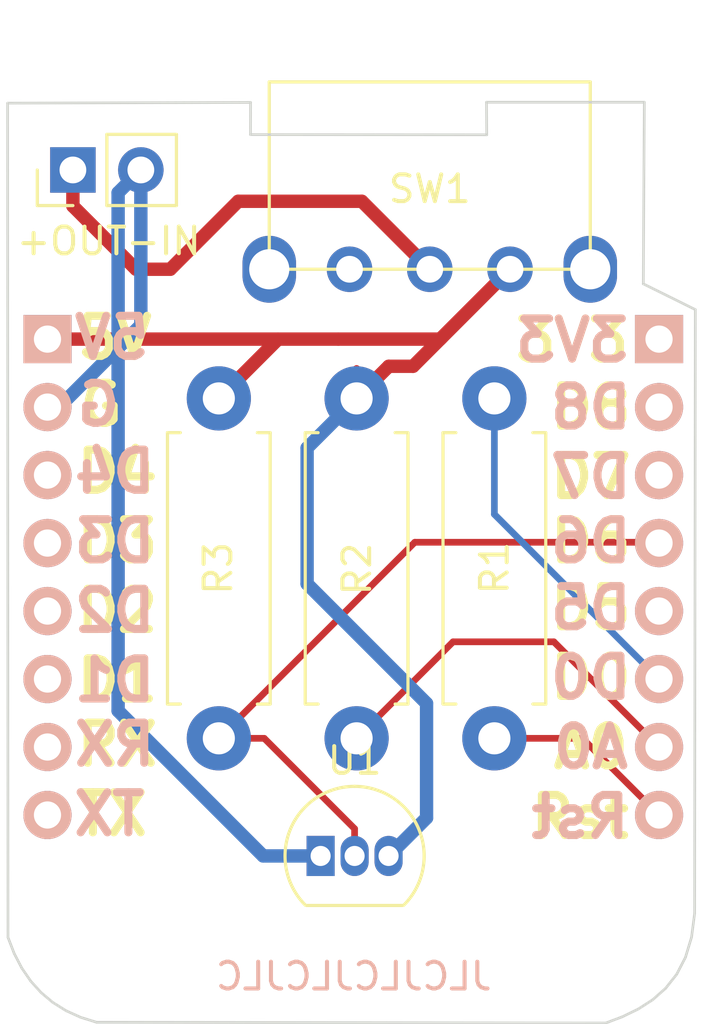
<source format=kicad_pcb>
(kicad_pcb (version 20171130) (host pcbnew 5.1.5)

  (general
    (thickness 1.6)
    (drawings 75)
    (tracks 43)
    (zones 0)
    (modules 8)
    (nets 19)
  )

  (page A4)
  (layers
    (0 F.Cu signal)
    (31 B.Cu signal)
    (32 B.Adhes user)
    (33 F.Adhes user)
    (34 B.Paste user)
    (35 F.Paste user)
    (36 B.SilkS user)
    (37 F.SilkS user)
    (38 B.Mask user)
    (39 F.Mask user)
    (40 Dwgs.User user)
    (41 Cmts.User user)
    (42 Eco1.User user)
    (43 Eco2.User user)
    (44 Edge.Cuts user)
    (45 Margin user)
    (46 B.CrtYd user)
    (47 F.CrtYd user)
    (48 B.Fab user)
    (49 F.Fab user)
  )

  (setup
    (last_trace_width 0.25)
    (trace_clearance 0.2)
    (zone_clearance 0.508)
    (zone_45_only no)
    (trace_min 0.2)
    (via_size 0.6)
    (via_drill 0.4)
    (via_min_size 0.4)
    (via_min_drill 0.3)
    (uvia_size 0.3)
    (uvia_drill 0.1)
    (uvias_allowed no)
    (uvia_min_size 0.2)
    (uvia_min_drill 0.1)
    (edge_width 0.15)
    (segment_width 0.2)
    (pcb_text_width 0.3)
    (pcb_text_size 1.5 1.5)
    (mod_edge_width 0.15)
    (mod_text_size 1 1)
    (mod_text_width 0.15)
    (pad_size 2.032 1.7272)
    (pad_drill 1.016)
    (pad_to_mask_clearance 0.2)
    (aux_axis_origin 0 0)
    (visible_elements FFFFEF7F)
    (pcbplotparams
      (layerselection 0x00030_ffffffff)
      (usegerberextensions false)
      (usegerberattributes true)
      (usegerberadvancedattributes true)
      (creategerberjobfile true)
      (excludeedgelayer true)
      (linewidth 0.100000)
      (plotframeref false)
      (viasonmask false)
      (mode 1)
      (useauxorigin false)
      (hpglpennumber 1)
      (hpglpenspeed 20)
      (hpglpendiameter 15.000000)
      (psnegative false)
      (psa4output false)
      (plotreference true)
      (plotvalue true)
      (plotinvisibletext false)
      (padsonsilk false)
      (subtractmaskfromsilk false)
      (outputformat 1)
      (mirror false)
      (drillshape 0)
      (scaleselection 1)
      (outputdirectory ""))
  )

  (net 0 "")
  (net 1 /D4)
  (net 2 /D3)
  (net 3 /D2)
  (net 4 /D1)
  (net 5 /RX)
  (net 6 /TX)
  (net 7 /+3.3V)
  (net 8 /D8)
  (net 9 /D7)
  (net 10 /D5)
  (net 11 +OUT)
  (net 12 -IN)
  (net 13 +5V)
  (net 14 D6)
  (net 15 D0)
  (net 16 A0)
  (net 17 RST)
  (net 18 "Net-(SW1-Pad3)")

  (net_class Default "This is the default net class."
    (clearance 0.2)
    (trace_width 0.25)
    (via_dia 0.6)
    (via_drill 0.4)
    (uvia_dia 0.3)
    (uvia_drill 0.1)
    (add_net /+3.3V)
    (add_net /D1)
    (add_net /D2)
    (add_net /D3)
    (add_net /D4)
    (add_net /D5)
    (add_net /D7)
    (add_net /D8)
    (add_net /RX)
    (add_net /TX)
    (add_net A0)
    (add_net D0)
    (add_net D6)
    (add_net "Net-(SW1-Pad3)")
    (add_net RST)
  )

  (net_class Power ""
    (clearance 0.2)
    (trace_width 0.5)
    (via_dia 0.6)
    (via_drill 0.4)
    (uvia_dia 0.3)
    (uvia_drill 0.1)
    (add_net +5V)
    (add_net +OUT)
    (add_net -IN)
  )

  (module footprints:SS-12F23-SPDT (layer F.Cu) (tedit 5F9B4985) (tstamp 5F9D4EDE)
    (at 141.78 87.94)
    (path /5F0C877B)
    (fp_text reference SW1 (at 0 0.5) (layer F.SilkS)
      (effects (font (size 1 1) (thickness 0.15)))
    )
    (fp_text value SW_SPDT (at 0 -0.5) (layer F.Fab)
      (effects (font (size 1 1) (thickness 0.15)))
    )
    (fp_line (start -6 3.5) (end 6 3.5) (layer F.SilkS) (width 0.12))
    (fp_line (start 6 3.5) (end 6 -3.5) (layer F.SilkS) (width 0.12))
    (fp_line (start 6 -3.5) (end -6 -3.5) (layer F.SilkS) (width 0.12))
    (fp_line (start -6 -3.5) (end -6 3.5) (layer F.SilkS) (width 0.12))
    (fp_line (start 2 -3.5) (end 2 -6.5) (layer Dwgs.User) (width 0.12))
    (fp_line (start 2 -6.5) (end 4 -6.5) (layer Dwgs.User) (width 0.12))
    (fp_line (start 4 -6.5) (end 4 -3.5) (layer Dwgs.User) (width 0.12))
    (pad 1 thru_hole circle (at 3 3.5) (size 1.7 1.7) (drill 1) (layers *.Cu *.Mask)
      (net 13 +5V))
    (pad 2 thru_hole circle (at 0 3.5) (size 1.7 1.7) (drill 1) (layers *.Cu *.Mask)
      (net 11 +OUT))
    (pad 3 thru_hole circle (at -3 3.5) (size 1.7 1.7) (drill 1) (layers *.Cu *.Mask)
      (net 18 "Net-(SW1-Pad3)"))
    (pad "" thru_hole oval (at 6 3.5) (size 2 2.5) (drill 1.5) (layers *.Cu *.Mask))
    (pad "" thru_hole oval (at -6 3.5) (size 2 2.5) (drill 1.5) (layers *.Cu *.Mask))
  )

  (module Resistor_THT:R_Axial_DIN0411_L9.9mm_D3.6mm_P12.70mm_Horizontal (layer F.Cu) (tedit 5AE5139B) (tstamp 5F0BEFC7)
    (at 139.044999 96.265001 270)
    (descr "Resistor, Axial_DIN0411 series, Axial, Horizontal, pin pitch=12.7mm, 1W, length*diameter=9.9*3.6mm^2")
    (tags "Resistor Axial_DIN0411 series Axial Horizontal pin pitch 12.7mm 1W length 9.9mm diameter 3.6mm")
    (path /5F0BC0ED)
    (fp_text reference R2 (at 6.374999 -0.015001 90) (layer F.SilkS)
      (effects (font (size 1 1) (thickness 0.15)))
    )
    (fp_text value 230k (at 6.35 2.92 90) (layer F.Fab)
      (effects (font (size 1 1) (thickness 0.15)))
    )
    (fp_line (start 14.15 -2.05) (end -1.45 -2.05) (layer F.CrtYd) (width 0.05))
    (fp_line (start 14.15 2.05) (end 14.15 -2.05) (layer F.CrtYd) (width 0.05))
    (fp_line (start -1.45 2.05) (end 14.15 2.05) (layer F.CrtYd) (width 0.05))
    (fp_line (start -1.45 -2.05) (end -1.45 2.05) (layer F.CrtYd) (width 0.05))
    (fp_line (start 11.42 1.92) (end 11.42 1.44) (layer F.SilkS) (width 0.12))
    (fp_line (start 1.28 1.92) (end 11.42 1.92) (layer F.SilkS) (width 0.12))
    (fp_line (start 1.28 1.44) (end 1.28 1.92) (layer F.SilkS) (width 0.12))
    (fp_line (start 11.42 -1.92) (end 11.42 -1.44) (layer F.SilkS) (width 0.12))
    (fp_line (start 1.28 -1.92) (end 11.42 -1.92) (layer F.SilkS) (width 0.12))
    (fp_line (start 1.28 -1.44) (end 1.28 -1.92) (layer F.SilkS) (width 0.12))
    (fp_line (start 12.7 0) (end 11.3 0) (layer F.Fab) (width 0.1))
    (fp_line (start 0 0) (end 1.4 0) (layer F.Fab) (width 0.1))
    (fp_line (start 11.3 -1.8) (end 1.4 -1.8) (layer F.Fab) (width 0.1))
    (fp_line (start 11.3 1.8) (end 11.3 -1.8) (layer F.Fab) (width 0.1))
    (fp_line (start 1.4 1.8) (end 11.3 1.8) (layer F.Fab) (width 0.1))
    (fp_line (start 1.4 -1.8) (end 1.4 1.8) (layer F.Fab) (width 0.1))
    (fp_text user %R (at 6.35 0 90) (layer F.Fab)
      (effects (font (size 1 1) (thickness 0.15)))
    )
    (pad 1 thru_hole circle (at 0 0 270) (size 2.4 2.4) (drill 1.2) (layers *.Cu *.Mask)
      (net 13 +5V))
    (pad 2 thru_hole oval (at 12.7 0 270) (size 2.4 2.4) (drill 1.2) (layers *.Cu *.Mask)
      (net 16 A0))
    (model ${KISYS3DMOD}/Resistor_THT.3dshapes/R_Axial_DIN0411_L9.9mm_D3.6mm_P12.70mm_Horizontal.wrl
      (at (xyz 0 0 0))
      (scale (xyz 1 1 1))
      (rotate (xyz 0 0 0))
    )
  )

  (module D1_mini:D1_mini_Pin_Header (layer B.Cu) (tedit 5766ABD3) (tstamp 5766A941)
    (at 150.35 94.05 180)
    (descr "Through hole pin header")
    (tags "pin header")
    (path /5763EBF2)
    (fp_text reference P2 (at 1.2 -22.25 180) (layer B.SilkS) hide
      (effects (font (size 1 1) (thickness 0.15)) (justify mirror))
    )
    (fp_text value CONN_01X08 (at 0 3.1 180) (layer B.Fab) hide
      (effects (font (size 1 1) (thickness 0.15)) (justify mirror))
    )
    (fp_line (start -1.75 -19.55) (end 1.75 -19.55) (layer B.CrtYd) (width 0.05))
    (fp_line (start -1.75 1.75) (end 1.75 1.75) (layer B.CrtYd) (width 0.05))
    (fp_line (start 1.75 1.75) (end 1.75 -19.55) (layer B.CrtYd) (width 0.05))
    (fp_line (start -1.75 1.75) (end -1.75 -19.55) (layer B.CrtYd) (width 0.05))
    (pad 1 thru_hole rect (at 0 0 180) (size 1.8 1.8) (drill 1.016) (layers *.Cu *.Mask B.SilkS)
      (net 7 /+3.3V))
    (pad 2 thru_hole oval (at 0 -2.54 180) (size 1.8 1.8) (drill 1.016) (layers *.Cu *.Mask B.SilkS)
      (net 8 /D8))
    (pad 3 thru_hole oval (at 0 -5.08 180) (size 1.8 1.8) (drill 1.016) (layers *.Cu *.Mask B.SilkS)
      (net 9 /D7))
    (pad 4 thru_hole oval (at 0 -7.62 180) (size 1.8 1.8) (drill 1.016) (layers *.Cu *.Mask B.SilkS)
      (net 14 D6))
    (pad 5 thru_hole oval (at 0 -10.16 180) (size 1.8 1.8) (drill 1.016) (layers *.Cu *.Mask B.SilkS)
      (net 10 /D5))
    (pad 6 thru_hole oval (at 0 -12.7 180) (size 1.8 1.8) (drill 1.016) (layers *.Cu *.Mask B.SilkS)
      (net 15 D0))
    (pad 7 thru_hole oval (at 0 -15.24 180) (size 1.8 1.8) (drill 1.016) (layers *.Cu *.Mask B.SilkS)
      (net 16 A0))
    (pad 8 thru_hole oval (at 0 -17.78 180) (size 1.8 1.8) (drill 1.016) (layers *.Cu *.Mask B.SilkS)
      (net 17 RST))
    (model Pin_Headers.3dshapes/Pin_Header_Straight_1x08.wrl
      (offset (xyz 0 -8.889999866485596 0))
      (scale (xyz 1 1 1))
      (rotate (xyz 0 0 90))
    )
  )

  (module Connector_PinHeader_2.54mm:PinHeader_1x02_P2.54mm_Vertical (layer F.Cu) (tedit 59FED5CC) (tstamp 5F0BEF99)
    (at 128.44 87.73 90)
    (descr "Through hole straight pin header, 1x02, 2.54mm pitch, single row")
    (tags "Through hole pin header THT 1x02 2.54mm single row")
    (path /5F0C48C6)
    (fp_text reference J1 (at -2.59 1.03) (layer F.SilkS) hide
      (effects (font (size 1 1) (thickness 0.15)))
    )
    (fp_text value Conn_01x02 (at 0 4.87 90) (layer F.Fab)
      (effects (font (size 1 1) (thickness 0.15)))
    )
    (fp_line (start -0.635 -1.27) (end 1.27 -1.27) (layer F.Fab) (width 0.1))
    (fp_line (start 1.27 -1.27) (end 1.27 3.81) (layer F.Fab) (width 0.1))
    (fp_line (start 1.27 3.81) (end -1.27 3.81) (layer F.Fab) (width 0.1))
    (fp_line (start -1.27 3.81) (end -1.27 -0.635) (layer F.Fab) (width 0.1))
    (fp_line (start -1.27 -0.635) (end -0.635 -1.27) (layer F.Fab) (width 0.1))
    (fp_line (start -1.33 3.87) (end 1.33 3.87) (layer F.SilkS) (width 0.12))
    (fp_line (start -1.33 1.27) (end -1.33 3.87) (layer F.SilkS) (width 0.12))
    (fp_line (start 1.33 1.27) (end 1.33 3.87) (layer F.SilkS) (width 0.12))
    (fp_line (start -1.33 1.27) (end 1.33 1.27) (layer F.SilkS) (width 0.12))
    (fp_line (start -1.33 0) (end -1.33 -1.33) (layer F.SilkS) (width 0.12))
    (fp_line (start -1.33 -1.33) (end 0 -1.33) (layer F.SilkS) (width 0.12))
    (fp_line (start -1.8 -1.8) (end -1.8 4.35) (layer F.CrtYd) (width 0.05))
    (fp_line (start -1.8 4.35) (end 1.8 4.35) (layer F.CrtYd) (width 0.05))
    (fp_line (start 1.8 4.35) (end 1.8 -1.8) (layer F.CrtYd) (width 0.05))
    (fp_line (start 1.8 -1.8) (end -1.8 -1.8) (layer F.CrtYd) (width 0.05))
    (fp_text user %R (at 0 1.27) (layer F.Fab)
      (effects (font (size 1 1) (thickness 0.15)))
    )
    (pad 2 thru_hole oval (at 0 2.54 90) (size 1.7 1.7) (drill 1) (layers *.Cu *.Mask)
      (net 12 -IN))
    (pad 1 thru_hole rect (at 0 0 90) (size 1.7 1.7) (drill 1) (layers *.Cu *.Mask)
      (net 11 +OUT))
    (model ${KISYS3DMOD}/Connector_PinHeader_2.54mm.3dshapes/PinHeader_1x02_P2.54mm_Vertical.wrl
      (at (xyz 0 0 0))
      (scale (xyz 1 1 1))
      (rotate (xyz 0 0 0))
    )
  )

  (module Package_TO_SOT_THT:TO-92_Inline (layer F.Cu) (tedit 5A1DD157) (tstamp 5F0BF008)
    (at 137.7 113.36)
    (descr "TO-92 leads in-line, narrow, oval pads, drill 0.75mm (see NXP sot054_po.pdf)")
    (tags "to-92 sc-43 sc-43a sot54 PA33 transistor")
    (path /5F0C2571)
    (fp_text reference U1 (at 1.27 -3.56) (layer F.SilkS)
      (effects (font (size 1 1) (thickness 0.15)))
    )
    (fp_text value DS18B20 (at 1.27 2.79) (layer F.Fab)
      (effects (font (size 1 1) (thickness 0.15)))
    )
    (fp_line (start 4 2.01) (end -1.46 2.01) (layer F.CrtYd) (width 0.05))
    (fp_line (start 4 2.01) (end 4 -2.73) (layer F.CrtYd) (width 0.05))
    (fp_line (start -1.46 -2.73) (end -1.46 2.01) (layer F.CrtYd) (width 0.05))
    (fp_line (start -1.46 -2.73) (end 4 -2.73) (layer F.CrtYd) (width 0.05))
    (fp_line (start -0.5 1.75) (end 3 1.75) (layer F.Fab) (width 0.1))
    (fp_line (start -0.53 1.85) (end 3.07 1.85) (layer F.SilkS) (width 0.12))
    (fp_text user %R (at 1.27 -3.56) (layer F.Fab)
      (effects (font (size 1 1) (thickness 0.15)))
    )
    (fp_arc (start 1.27 0) (end 1.27 -2.48) (angle 135) (layer F.Fab) (width 0.1))
    (fp_arc (start 1.27 0) (end 1.27 -2.6) (angle -135) (layer F.SilkS) (width 0.12))
    (fp_arc (start 1.27 0) (end 1.27 -2.48) (angle -135) (layer F.Fab) (width 0.1))
    (fp_arc (start 1.27 0) (end 1.27 -2.6) (angle 135) (layer F.SilkS) (width 0.12))
    (pad 2 thru_hole oval (at 1.27 0) (size 1.05 1.5) (drill 0.75) (layers *.Cu *.Mask)
      (net 14 D6))
    (pad 3 thru_hole oval (at 2.54 0) (size 1.05 1.5) (drill 0.75) (layers *.Cu *.Mask)
      (net 13 +5V))
    (pad 1 thru_hole rect (at 0 0) (size 1.05 1.5) (drill 0.75) (layers *.Cu *.Mask)
      (net 12 -IN))
    (model ${KISYS3DMOD}/Package_TO_SOT_THT.3dshapes/TO-92_Inline.wrl
      (at (xyz 0 0 0))
      (scale (xyz 1 1 1))
      (rotate (xyz 0 0 0))
    )
  )

  (module D1_mini:D1_mini_Pin_Header (layer B.Cu) (tedit 5766B078) (tstamp 5766A936)
    (at 127.49 94.05 180)
    (descr "Through hole pin header")
    (tags "pin header")
    (path /5763EB78)
    (fp_text reference P1 (at -0.11 2.45 180) (layer B.SilkS) hide
      (effects (font (size 1 1) (thickness 0.15)) (justify mirror))
    )
    (fp_text value CONN_01X08 (at 0 3.1 180) (layer B.Fab) hide
      (effects (font (size 1 1) (thickness 0.15)) (justify mirror))
    )
    (fp_line (start -1.75 -19.55) (end 1.75 -19.55) (layer B.CrtYd) (width 0.05))
    (fp_line (start -1.75 1.75) (end 1.75 1.75) (layer B.CrtYd) (width 0.05))
    (fp_line (start 1.75 1.75) (end 1.75 -19.55) (layer B.CrtYd) (width 0.05))
    (fp_line (start -1.75 1.75) (end -1.75 -19.55) (layer B.CrtYd) (width 0.05))
    (pad 1 thru_hole rect (at 0 0 180) (size 1.8 1.8) (drill 1.016) (layers *.Cu *.Mask B.SilkS)
      (net 13 +5V))
    (pad 2 thru_hole oval (at 0 -2.54 180) (size 1.8 1.8) (drill 1.016) (layers *.Cu *.Mask B.SilkS)
      (net 12 -IN))
    (pad 3 thru_hole oval (at 0 -5.08 180) (size 1.8 1.8) (drill 1.016) (layers *.Cu *.Mask B.SilkS)
      (net 1 /D4))
    (pad 4 thru_hole oval (at 0 -7.62 180) (size 1.8 1.8) (drill 1.016) (layers *.Cu *.Mask B.SilkS)
      (net 2 /D3))
    (pad 5 thru_hole oval (at 0 -10.16 180) (size 1.8 1.8) (drill 1.016) (layers *.Cu *.Mask B.SilkS)
      (net 3 /D2))
    (pad 6 thru_hole oval (at 0 -12.7 180) (size 1.8 1.8) (drill 1.016) (layers *.Cu *.Mask B.SilkS)
      (net 4 /D1))
    (pad 7 thru_hole oval (at 0 -15.24 180) (size 1.8 1.8) (drill 1.016) (layers *.Cu *.Mask B.SilkS)
      (net 5 /RX))
    (pad 8 thru_hole oval (at 0 -17.78 180) (size 1.8 1.8) (drill 1.016) (layers *.Cu *.Mask B.SilkS)
      (net 6 /TX))
    (model Pin_Headers.3dshapes/Pin_Header_Straight_1x08.wrl
      (offset (xyz 0 -8.889999866485596 0))
      (scale (xyz 1 1 1))
      (rotate (xyz 0 0 90))
    )
  )

  (module Resistor_THT:R_Axial_DIN0411_L9.9mm_D3.6mm_P12.70mm_Horizontal (layer F.Cu) (tedit 5AE5139B) (tstamp 5F0BEFB0)
    (at 144.194999 96.265001 270)
    (descr "Resistor, Axial_DIN0411 series, Axial, Horizontal, pin pitch=12.7mm, 1W, length*diameter=9.9*3.6mm^2")
    (tags "Resistor Axial_DIN0411 series Axial Horizontal pin pitch 12.7mm 1W length 9.9mm diameter 3.6mm")
    (path /5F0BBA02)
    (fp_text reference R1 (at 6.334999 -0.005001 90) (layer F.SilkS)
      (effects (font (size 1 1) (thickness 0.15)))
    )
    (fp_text value 470 (at 6.35 2.92 90) (layer F.Fab)
      (effects (font (size 1 1) (thickness 0.15)))
    )
    (fp_line (start 14.15 -2.05) (end -1.45 -2.05) (layer F.CrtYd) (width 0.05))
    (fp_line (start 14.15 2.05) (end 14.15 -2.05) (layer F.CrtYd) (width 0.05))
    (fp_line (start -1.45 2.05) (end 14.15 2.05) (layer F.CrtYd) (width 0.05))
    (fp_line (start -1.45 -2.05) (end -1.45 2.05) (layer F.CrtYd) (width 0.05))
    (fp_line (start 11.42 1.92) (end 11.42 1.44) (layer F.SilkS) (width 0.12))
    (fp_line (start 1.28 1.92) (end 11.42 1.92) (layer F.SilkS) (width 0.12))
    (fp_line (start 1.28 1.44) (end 1.28 1.92) (layer F.SilkS) (width 0.12))
    (fp_line (start 11.42 -1.92) (end 11.42 -1.44) (layer F.SilkS) (width 0.12))
    (fp_line (start 1.28 -1.92) (end 11.42 -1.92) (layer F.SilkS) (width 0.12))
    (fp_line (start 1.28 -1.44) (end 1.28 -1.92) (layer F.SilkS) (width 0.12))
    (fp_line (start 12.7 0) (end 11.3 0) (layer F.Fab) (width 0.1))
    (fp_line (start 0 0) (end 1.4 0) (layer F.Fab) (width 0.1))
    (fp_line (start 11.3 -1.8) (end 1.4 -1.8) (layer F.Fab) (width 0.1))
    (fp_line (start 11.3 1.8) (end 11.3 -1.8) (layer F.Fab) (width 0.1))
    (fp_line (start 1.4 1.8) (end 11.3 1.8) (layer F.Fab) (width 0.1))
    (fp_line (start 1.4 -1.8) (end 1.4 1.8) (layer F.Fab) (width 0.1))
    (fp_text user %R (at 6.35 0 90) (layer F.Fab)
      (effects (font (size 1 1) (thickness 0.15)))
    )
    (pad 1 thru_hole circle (at 0 0 270) (size 2.4 2.4) (drill 1.2) (layers *.Cu *.Mask)
      (net 15 D0))
    (pad 2 thru_hole oval (at 12.7 0 270) (size 2.4 2.4) (drill 1.2) (layers *.Cu *.Mask)
      (net 17 RST))
    (model ${KISYS3DMOD}/Resistor_THT.3dshapes/R_Axial_DIN0411_L9.9mm_D3.6mm_P12.70mm_Horizontal.wrl
      (at (xyz 0 0 0))
      (scale (xyz 1 1 1))
      (rotate (xyz 0 0 0))
    )
  )

  (module Resistor_THT:R_Axial_DIN0411_L9.9mm_D3.6mm_P12.70mm_Horizontal (layer F.Cu) (tedit 5AE5139B) (tstamp 5F0BEFDE)
    (at 133.894999 96.265001 270)
    (descr "Resistor, Axial_DIN0411 series, Axial, Horizontal, pin pitch=12.7mm, 1W, length*diameter=9.9*3.6mm^2")
    (tags "Resistor Axial_DIN0411 series Axial Horizontal pin pitch 12.7mm 1W length 9.9mm diameter 3.6mm")
    (path /5F0BC4BC)
    (fp_text reference R3 (at 6.35 0.024999 90) (layer F.SilkS)
      (effects (font (size 1 1) (thickness 0.15)))
    )
    (fp_text value 4.7k (at 6.35 2.92 90) (layer F.Fab)
      (effects (font (size 1 1) (thickness 0.15)))
    )
    (fp_line (start 14.15 -2.05) (end -1.45 -2.05) (layer F.CrtYd) (width 0.05))
    (fp_line (start 14.15 2.05) (end 14.15 -2.05) (layer F.CrtYd) (width 0.05))
    (fp_line (start -1.45 2.05) (end 14.15 2.05) (layer F.CrtYd) (width 0.05))
    (fp_line (start -1.45 -2.05) (end -1.45 2.05) (layer F.CrtYd) (width 0.05))
    (fp_line (start 11.42 1.92) (end 11.42 1.44) (layer F.SilkS) (width 0.12))
    (fp_line (start 1.28 1.92) (end 11.42 1.92) (layer F.SilkS) (width 0.12))
    (fp_line (start 1.28 1.44) (end 1.28 1.92) (layer F.SilkS) (width 0.12))
    (fp_line (start 11.42 -1.92) (end 11.42 -1.44) (layer F.SilkS) (width 0.12))
    (fp_line (start 1.28 -1.92) (end 11.42 -1.92) (layer F.SilkS) (width 0.12))
    (fp_line (start 1.28 -1.44) (end 1.28 -1.92) (layer F.SilkS) (width 0.12))
    (fp_line (start 12.7 0) (end 11.3 0) (layer F.Fab) (width 0.1))
    (fp_line (start 0 0) (end 1.4 0) (layer F.Fab) (width 0.1))
    (fp_line (start 11.3 -1.8) (end 1.4 -1.8) (layer F.Fab) (width 0.1))
    (fp_line (start 11.3 1.8) (end 11.3 -1.8) (layer F.Fab) (width 0.1))
    (fp_line (start 1.4 1.8) (end 11.3 1.8) (layer F.Fab) (width 0.1))
    (fp_line (start 1.4 -1.8) (end 1.4 1.8) (layer F.Fab) (width 0.1))
    (fp_text user %R (at 6.35 0 90) (layer F.Fab)
      (effects (font (size 1 1) (thickness 0.15)))
    )
    (pad 1 thru_hole circle (at 0 0 270) (size 2.4 2.4) (drill 1.2) (layers *.Cu *.Mask)
      (net 13 +5V))
    (pad 2 thru_hole oval (at 12.7 0 270) (size 2.4 2.4) (drill 1.2) (layers *.Cu *.Mask)
      (net 14 D6))
    (model ${KISYS3DMOD}/Resistor_THT.3dshapes/R_Axial_DIN0411_L9.9mm_D3.6mm_P12.70mm_Horizontal.wrl
      (at (xyz 0 0 0))
      (scale (xyz 1 1 1))
      (rotate (xyz 0 0 0))
    )
  )

  (gr_text JLCJLCJLCJLC (at 138.938 117.856) (layer B.SilkS)
    (effects (font (size 1 1) (thickness 0.15)) (justify mirror))
  )
  (gr_text +OUT-IN (at 129.78 90.39) (layer F.SilkS)
    (effects (font (size 1 1) (thickness 0.15)))
  )
  (gr_text 3V3 (at 147.1 94.1) (layer F.SilkS) (tstamp 5766AD4B)
    (effects (font (size 1.5 1.5) (thickness 0.3)))
  )
  (gr_text D8 (at 147.8 96.6) (layer F.SilkS) (tstamp 5766AD4A)
    (effects (font (size 1.5 1.5) (thickness 0.3)))
  )
  (gr_text D7 (at 147.8 99.2) (layer F.SilkS) (tstamp 5766AD49)
    (effects (font (size 1.5 1.5) (thickness 0.3)))
  )
  (gr_text D6 (at 147.8 101.6) (layer F.SilkS) (tstamp 5766AD48)
    (effects (font (size 1.5 1.5) (thickness 0.3)))
  )
  (gr_text D5 (at 147.8 104.1) (layer F.SilkS) (tstamp 5766AD47)
    (effects (font (size 1.5 1.5) (thickness 0.3)))
  )
  (gr_text D0 (at 147.8 106.7) (layer F.SilkS) (tstamp 5766AD46)
    (effects (font (size 1.5 1.5) (thickness 0.3)))
  )
  (gr_text A0 (at 147.8 109.3) (layer F.SilkS) (tstamp 5766AD45)
    (effects (font (size 1.5 1.5) (thickness 0.3)))
  )
  (gr_text Rst (at 147.4 111.9) (layer F.SilkS) (tstamp 5766AD44)
    (effects (font (size 1.5 1.5) (thickness 0.3)))
  )
  (gr_text 5V (at 130 94) (layer F.SilkS) (tstamp 5766AD01)
    (effects (font (size 1.5 1.5) (thickness 0.3)))
  )
  (gr_text G (at 129.5 96.5) (layer F.SilkS) (tstamp 5766AD00)
    (effects (font (size 1.5 1.5) (thickness 0.3)))
  )
  (gr_text D4 (at 130.1 99) (layer F.SilkS) (tstamp 5766ACFF)
    (effects (font (size 1.5 1.5) (thickness 0.3)))
  )
  (gr_text D3 (at 130.1 101.6) (layer F.SilkS) (tstamp 5766ACFE)
    (effects (font (size 1.5 1.5) (thickness 0.3)))
  )
  (gr_text D2 (at 130.1 104.2) (layer F.SilkS) (tstamp 5766ACFD)
    (effects (font (size 1.5 1.5) (thickness 0.3)))
  )
  (gr_text D1 (at 130.1 106.8) (layer F.SilkS) (tstamp 5766ACFC)
    (effects (font (size 1.5 1.5) (thickness 0.3)))
  )
  (gr_text RX (at 130.1 109.2) (layer F.SilkS) (tstamp 5766ACFB)
    (effects (font (size 1.5 1.5) (thickness 0.3)))
  )
  (gr_text TX (at 129.9 111.8) (layer F.SilkS) (tstamp 5766ACFA)
    (effects (font (size 1.5 1.5) (thickness 0.3)))
  )
  (gr_text Rst (at 147.4 111.9) (layer B.SilkS)
    (effects (font (size 1.5 1.5) (thickness 0.3)) (justify mirror))
  )
  (gr_text A0 (at 147.8 109.3) (layer B.SilkS)
    (effects (font (size 1.5 1.5) (thickness 0.3)) (justify mirror))
  )
  (gr_text D0 (at 147.8 106.7) (layer B.SilkS)
    (effects (font (size 1.5 1.5) (thickness 0.3)) (justify mirror))
  )
  (gr_text D5 (at 147.8 104.1) (layer B.SilkS)
    (effects (font (size 1.5 1.5) (thickness 0.3)) (justify mirror))
  )
  (gr_text D6 (at 147.8 101.6) (layer B.SilkS)
    (effects (font (size 1.5 1.5) (thickness 0.3)) (justify mirror))
  )
  (gr_text D7 (at 147.8 99.2) (layer B.SilkS)
    (effects (font (size 1.5 1.5) (thickness 0.3)) (justify mirror))
  )
  (gr_text D8 (at 147.8 96.6) (layer B.SilkS)
    (effects (font (size 1.5 1.5) (thickness 0.3)) (justify mirror))
  )
  (gr_text 3V3 (at 147.1 94.1) (layer B.SilkS)
    (effects (font (size 1.5 1.5) (thickness 0.3)) (justify mirror))
  )
  (gr_text TX (at 129.8 111.8) (layer B.SilkS)
    (effects (font (size 1.5 1.5) (thickness 0.3)) (justify mirror))
  )
  (gr_text RX (at 130 109.2) (layer B.SilkS)
    (effects (font (size 1.5 1.5) (thickness 0.3)) (justify mirror))
  )
  (gr_text D1 (at 130 106.8) (layer B.SilkS)
    (effects (font (size 1.5 1.5) (thickness 0.3)) (justify mirror))
  )
  (gr_text D2 (at 130 104.2) (layer B.SilkS)
    (effects (font (size 1.5 1.5) (thickness 0.3)) (justify mirror))
  )
  (gr_text D3 (at 130 101.6) (layer B.SilkS)
    (effects (font (size 1.5 1.5) (thickness 0.3)) (justify mirror))
  )
  (gr_text D4 (at 130 99) (layer B.SilkS)
    (effects (font (size 1.5 1.5) (thickness 0.3)) (justify mirror))
  )
  (gr_text G (at 129.4 96.5) (layer B.SilkS)
    (effects (font (size 1.5 1.5) (thickness 0.3)) (justify mirror))
  )
  (gr_text 5V (at 129.9 94) (layer B.SilkS)
    (effects (font (size 1.5 1.5) (thickness 0.3)) (justify mirror))
  )
  (gr_line (start 150.461517 87.833068) (end 149.844156 87.833068) (layer Dwgs.User) (width 0.1))
  (gr_line (start 150.461517 89.826262) (end 150.461517 87.833068) (layer Dwgs.User) (width 0.1))
  (gr_line (start 149.808878 89.826262) (end 150.461517 89.826262) (layer Dwgs.User) (width 0.1))
  (gr_line (start 149.826517 85.822235) (end 149.7736 91.907651) (layer Dwgs.User) (width 0.1))
  (gr_line (start 148.256656 85.822235) (end 149.826517 85.822235) (layer Dwgs.User) (width 0.1))
  (gr_line (start 147.727489 86.316124) (end 148.256656 85.822235) (layer Dwgs.User) (width 0.1))
  (gr_line (start 146.43985 86.316124) (end 147.727489 86.316124) (layer Dwgs.User) (width 0.1))
  (gr_line (start 146.43985 91.378485) (end 146.43985 86.316124) (layer Dwgs.User) (width 0.1))
  (gr_line (start 147.692211 91.378485) (end 146.43985 91.378485) (layer Dwgs.User) (width 0.1))
  (gr_line (start 148.221378 91.907651) (end 147.692211 91.378485) (layer Dwgs.User) (width 0.1))
  (gr_line (start 149.7736 91.907651) (end 148.221378 91.907651) (layer Dwgs.User) (width 0.1))
  (gr_line (start 135.85035 85.444812) (end 135.85035 91.258549) (layer Dwgs.User) (width 0.1))
  (gr_line (start 142.989931 85.444812) (end 135.85035 85.444812) (layer Dwgs.User) (width 0.1))
  (gr_line (start 142.989931 91.258549) (end 142.989931 85.444812) (layer Dwgs.User) (width 0.1))
  (gr_line (start 135.85035 91.258549) (end 142.989931 91.258549) (layer Dwgs.User) (width 0.1))
  (gr_line (start 149.76248 91.985819) (end 149.8 85.2) (layer Edge.Cuts) (width 0.1))
  (gr_line (start 151.706026 92.946715) (end 149.76248 91.985819) (layer Edge.Cuts) (width 0.1))
  (gr_line (start 151.681078 115.501807) (end 151.706026 92.946715) (layer Edge.Cuts) (width 0.1))
  (gr_line (start 151.565482 116.394575) (end 151.681078 115.501807) (layer Edge.Cuts) (width 0.1))
  (gr_line (start 151.337122 117.149613) (end 151.565482 116.394575) (layer Edge.Cuts) (width 0.1))
  (gr_line (start 151.009595 117.78146) (end 151.337122 117.149613) (layer Edge.Cuts) (width 0.1))
  (gr_line (start 150.596503 118.304658) (end 151.009595 117.78146) (layer Edge.Cuts) (width 0.1))
  (gr_line (start 150.111445 118.733743) (end 150.596503 118.304658) (layer Edge.Cuts) (width 0.1))
  (gr_line (start 149.568018 119.083258) (end 150.111445 118.733743) (layer Edge.Cuts) (width 0.1))
  (gr_line (start 148.979824 119.367741) (end 149.568018 119.083258) (layer Edge.Cuts) (width 0.1))
  (gr_line (start 148.36046 119.601734) (end 148.979824 119.367741) (layer Edge.Cuts) (width 0.1))
  (gr_line (start 129.322547 119.572976) (end 148.36046 119.601734) (layer Edge.Cuts) (width 0.1))
  (gr_line (start 128.72475 119.38731) (end 129.322547 119.572976) (layer Edge.Cuts) (width 0.1))
  (gr_line (start 128.18056 119.140377) (end 128.72475 119.38731) (layer Edge.Cuts) (width 0.1))
  (gr_line (start 127.689488 118.832741) (end 128.18056 119.140377) (layer Edge.Cuts) (width 0.1))
  (gr_line (start 127.251047 118.464952) (end 127.689488 118.832741) (layer Edge.Cuts) (width 0.1))
  (gr_line (start 126.864747 118.037577) (end 127.251047 118.464952) (layer Edge.Cuts) (width 0.1))
  (gr_line (start 126.530099 117.551167) (end 126.864747 118.037577) (layer Edge.Cuts) (width 0.1))
  (gr_line (start 126.246616 117.006286) (end 126.530099 117.551167) (layer Edge.Cuts) (width 0.1))
  (gr_line (start 126.013805 116.403493) (end 126.246616 117.006286) (layer Edge.Cuts) (width 0.1))
  (gr_line (start 125.999807 85.233342) (end 126.013805 116.403493) (layer Edge.Cuts) (width 0.1))
  (gr_line (start 135.080603 85.207264) (end 125.999807 85.233342) (layer Edge.Cuts) (width 0.1))
  (gr_line (start 135.078627 86.409517) (end 135.080603 85.207264) (layer Edge.Cuts) (width 0.1))
  (gr_line (start 143.909849 86.416205) (end 135.078627 86.409517) (layer Edge.Cuts) (width 0.1))
  (gr_line (start 143.9 85.2) (end 143.909849 86.416205) (layer Edge.Cuts) (width 0.1))
  (gr_line (start 149.8 85.2) (end 143.9 85.2) (layer Edge.Cuts) (width 0.1))

  (segment (start 128.44 87.73) (end 128.44 88.07) (width 0.25) (layer F.Cu) (net 11))
  (segment (start 128.44 89.08) (end 130.8 91.44) (width 0.5) (layer F.Cu) (net 11))
  (segment (start 128.44 87.73) (end 128.44 89.08) (width 0.5) (layer F.Cu) (net 11))
  (segment (start 130.8 91.44) (end 132.08 91.44) (width 0.5) (layer F.Cu) (net 11))
  (segment (start 132.08 91.44) (end 134.62 88.9) (width 0.5) (layer F.Cu) (net 11))
  (segment (start 139.24 88.9) (end 141.78 91.44) (width 0.5) (layer F.Cu) (net 11))
  (segment (start 134.62 88.9) (end 139.24 88.9) (width 0.5) (layer F.Cu) (net 11))
  (segment (start 127.920002 96.59) (end 127.49 96.59) (width 0.5) (layer B.Cu) (net 12))
  (segment (start 130.98 93.530002) (end 127.920002 96.59) (width 0.5) (layer B.Cu) (net 12))
  (segment (start 130.98 87.73) (end 130.98 93.530002) (width 0.5) (layer B.Cu) (net 12))
  (segment (start 135.551996 113.36) (end 137.7 113.36) (width 0.5) (layer B.Cu) (net 12))
  (segment (start 130.130001 107.938005) (end 135.551996 113.36) (width 0.5) (layer B.Cu) (net 12))
  (segment (start 130.130001 88.579999) (end 130.130001 107.938005) (width 0.5) (layer B.Cu) (net 12))
  (segment (start 130.98 87.73) (end 130.130001 88.579999) (width 0.5) (layer B.Cu) (net 12))
  (segment (start 140.22 113.187095) (end 140.22 113.03) (width 0.25) (layer B.Cu) (net 13))
  (segment (start 139.044999 96.265001) (end 139.044999 95.144999) (width 0.25) (layer F.Cu) (net 13))
  (segment (start 137.194998 103.194998) (end 141.66 107.66) (width 0.5) (layer B.Cu) (net 13))
  (segment (start 137.194998 98.115002) (end 137.194998 103.194998) (width 0.5) (layer B.Cu) (net 13))
  (segment (start 139.044999 96.265001) (end 137.194998 98.115002) (width 0.5) (layer B.Cu) (net 13))
  (segment (start 141.66 111.94) (end 140.24 113.36) (width 0.5) (layer B.Cu) (net 13))
  (segment (start 141.66 107.66) (end 141.66 111.94) (width 0.5) (layer B.Cu) (net 13))
  (segment (start 142.17 94.05) (end 144.78 91.44) (width 0.5) (layer F.Cu) (net 13))
  (segment (start 140.244998 95.065002) (end 141.154998 95.065002) (width 0.5) (layer F.Cu) (net 13))
  (segment (start 139.044999 96.265001) (end 140.244998 95.065002) (width 0.5) (layer F.Cu) (net 13))
  (segment (start 141.154998 95.065002) (end 142.24 93.98) (width 0.5) (layer F.Cu) (net 13))
  (segment (start 136.11 94.05) (end 133.894999 96.265001) (width 0.5) (layer F.Cu) (net 13))
  (segment (start 138.36 94.05) (end 136.11 94.05) (width 0.25) (layer F.Cu) (net 13))
  (segment (start 127.49 94.05) (end 138.36 94.05) (width 0.5) (layer F.Cu) (net 13))
  (segment (start 138.36 94.05) (end 142.17 94.05) (width 0.5) (layer F.Cu) (net 13))
  (segment (start 138.97 112.342946) (end 138.97 113.36) (width 0.25) (layer F.Cu) (net 14))
  (segment (start 135.592055 108.965001) (end 138.97 112.342946) (width 0.25) (layer F.Cu) (net 14))
  (segment (start 133.894999 108.965001) (end 135.592055 108.965001) (width 0.25) (layer F.Cu) (net 14))
  (segment (start 133.894999 108.965001) (end 141.22 101.64) (width 0.25) (layer F.Cu) (net 14))
  (segment (start 150.32 101.64) (end 150.35 101.67) (width 0.25) (layer F.Cu) (net 14))
  (segment (start 141.22 101.64) (end 150.32 101.64) (width 0.25) (layer F.Cu) (net 14))
  (segment (start 150.35 106.023002) (end 150.35 106.75) (width 0.25) (layer B.Cu) (net 15))
  (segment (start 144.194999 100.594999) (end 150.35 106.75) (width 0.25) (layer B.Cu) (net 15))
  (segment (start 144.194999 96.265001) (end 144.194999 100.594999) (width 0.25) (layer B.Cu) (net 15))
  (segment (start 139.044999 108.965001) (end 142.65 105.36) (width 0.25) (layer F.Cu) (net 16))
  (segment (start 146.42 105.36) (end 150.35 109.29) (width 0.25) (layer F.Cu) (net 16))
  (segment (start 142.65 105.36) (end 146.42 105.36) (width 0.25) (layer F.Cu) (net 16))
  (segment (start 147.485001 108.965001) (end 150.35 111.83) (width 0.25) (layer F.Cu) (net 17))
  (segment (start 144.194999 108.965001) (end 147.485001 108.965001) (width 0.25) (layer F.Cu) (net 17))

)

</source>
